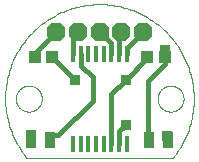
<source format=gtl>
G75*
%MOIN*%
%OFA0B0*%
%FSLAX25Y25*%
%IPPOS*%
%LPD*%
%AMOC8*
5,1,8,0,0,1.08239X$1,22.5*
%
%ADD10C,0.00000*%
%ADD11C,0.00300*%
%ADD12OC8,0.06300*%
%ADD13R,0.03600X0.05700*%
%ADD14R,0.01811X0.05630*%
%ADD15R,0.03937X0.03937*%
%ADD16C,0.01600*%
%ADD17R,0.03562X0.03562*%
D10*
X0008237Y0001406D02*
X0057056Y0001406D01*
X0051937Y0021091D02*
X0051939Y0021222D01*
X0051945Y0021354D01*
X0051955Y0021485D01*
X0051969Y0021616D01*
X0051987Y0021746D01*
X0052009Y0021875D01*
X0052034Y0022004D01*
X0052064Y0022132D01*
X0052098Y0022259D01*
X0052135Y0022386D01*
X0052176Y0022510D01*
X0052221Y0022634D01*
X0052270Y0022756D01*
X0052322Y0022877D01*
X0052378Y0022995D01*
X0052438Y0023113D01*
X0052501Y0023228D01*
X0052568Y0023341D01*
X0052638Y0023453D01*
X0052711Y0023562D01*
X0052787Y0023668D01*
X0052867Y0023773D01*
X0052950Y0023875D01*
X0053036Y0023974D01*
X0053125Y0024071D01*
X0053217Y0024165D01*
X0053312Y0024256D01*
X0053409Y0024345D01*
X0053509Y0024430D01*
X0053612Y0024512D01*
X0053717Y0024591D01*
X0053824Y0024667D01*
X0053934Y0024739D01*
X0054046Y0024808D01*
X0054160Y0024874D01*
X0054275Y0024936D01*
X0054393Y0024995D01*
X0054512Y0025050D01*
X0054633Y0025102D01*
X0054756Y0025149D01*
X0054880Y0025193D01*
X0055005Y0025234D01*
X0055131Y0025270D01*
X0055259Y0025303D01*
X0055387Y0025331D01*
X0055516Y0025356D01*
X0055646Y0025377D01*
X0055776Y0025394D01*
X0055907Y0025407D01*
X0056038Y0025416D01*
X0056169Y0025421D01*
X0056301Y0025422D01*
X0056432Y0025419D01*
X0056564Y0025412D01*
X0056695Y0025401D01*
X0056825Y0025386D01*
X0056955Y0025367D01*
X0057085Y0025344D01*
X0057213Y0025318D01*
X0057341Y0025287D01*
X0057468Y0025252D01*
X0057594Y0025214D01*
X0057718Y0025172D01*
X0057842Y0025126D01*
X0057963Y0025076D01*
X0058083Y0025023D01*
X0058202Y0024966D01*
X0058319Y0024906D01*
X0058433Y0024842D01*
X0058546Y0024774D01*
X0058657Y0024703D01*
X0058766Y0024629D01*
X0058872Y0024552D01*
X0058976Y0024471D01*
X0059077Y0024388D01*
X0059176Y0024301D01*
X0059272Y0024211D01*
X0059365Y0024118D01*
X0059456Y0024023D01*
X0059543Y0023925D01*
X0059628Y0023824D01*
X0059709Y0023721D01*
X0059787Y0023615D01*
X0059862Y0023507D01*
X0059934Y0023397D01*
X0060002Y0023285D01*
X0060067Y0023171D01*
X0060128Y0023054D01*
X0060186Y0022936D01*
X0060240Y0022816D01*
X0060291Y0022695D01*
X0060338Y0022572D01*
X0060381Y0022448D01*
X0060420Y0022323D01*
X0060456Y0022196D01*
X0060487Y0022068D01*
X0060515Y0021940D01*
X0060539Y0021811D01*
X0060559Y0021681D01*
X0060575Y0021550D01*
X0060587Y0021419D01*
X0060595Y0021288D01*
X0060599Y0021157D01*
X0060599Y0021025D01*
X0060595Y0020894D01*
X0060587Y0020763D01*
X0060575Y0020632D01*
X0060559Y0020501D01*
X0060539Y0020371D01*
X0060515Y0020242D01*
X0060487Y0020114D01*
X0060456Y0019986D01*
X0060420Y0019859D01*
X0060381Y0019734D01*
X0060338Y0019610D01*
X0060291Y0019487D01*
X0060240Y0019366D01*
X0060186Y0019246D01*
X0060128Y0019128D01*
X0060067Y0019011D01*
X0060002Y0018897D01*
X0059934Y0018785D01*
X0059862Y0018675D01*
X0059787Y0018567D01*
X0059709Y0018461D01*
X0059628Y0018358D01*
X0059543Y0018257D01*
X0059456Y0018159D01*
X0059365Y0018064D01*
X0059272Y0017971D01*
X0059176Y0017881D01*
X0059077Y0017794D01*
X0058976Y0017711D01*
X0058872Y0017630D01*
X0058766Y0017553D01*
X0058657Y0017479D01*
X0058546Y0017408D01*
X0058434Y0017340D01*
X0058319Y0017276D01*
X0058202Y0017216D01*
X0058083Y0017159D01*
X0057963Y0017106D01*
X0057842Y0017056D01*
X0057718Y0017010D01*
X0057594Y0016968D01*
X0057468Y0016930D01*
X0057341Y0016895D01*
X0057213Y0016864D01*
X0057085Y0016838D01*
X0056955Y0016815D01*
X0056825Y0016796D01*
X0056695Y0016781D01*
X0056564Y0016770D01*
X0056432Y0016763D01*
X0056301Y0016760D01*
X0056169Y0016761D01*
X0056038Y0016766D01*
X0055907Y0016775D01*
X0055776Y0016788D01*
X0055646Y0016805D01*
X0055516Y0016826D01*
X0055387Y0016851D01*
X0055259Y0016879D01*
X0055131Y0016912D01*
X0055005Y0016948D01*
X0054880Y0016989D01*
X0054756Y0017033D01*
X0054633Y0017080D01*
X0054512Y0017132D01*
X0054393Y0017187D01*
X0054275Y0017246D01*
X0054160Y0017308D01*
X0054046Y0017374D01*
X0053934Y0017443D01*
X0053824Y0017515D01*
X0053717Y0017591D01*
X0053612Y0017670D01*
X0053509Y0017752D01*
X0053409Y0017837D01*
X0053312Y0017926D01*
X0053217Y0018017D01*
X0053125Y0018111D01*
X0053036Y0018208D01*
X0052950Y0018307D01*
X0052867Y0018409D01*
X0052787Y0018514D01*
X0052711Y0018620D01*
X0052638Y0018729D01*
X0052568Y0018841D01*
X0052501Y0018954D01*
X0052438Y0019069D01*
X0052378Y0019187D01*
X0052322Y0019305D01*
X0052270Y0019426D01*
X0052221Y0019548D01*
X0052176Y0019672D01*
X0052135Y0019796D01*
X0052098Y0019923D01*
X0052064Y0020050D01*
X0052034Y0020178D01*
X0052009Y0020307D01*
X0051987Y0020436D01*
X0051969Y0020566D01*
X0051955Y0020697D01*
X0051945Y0020828D01*
X0051939Y0020960D01*
X0051937Y0021091D01*
X0004693Y0021091D02*
X0004695Y0021222D01*
X0004701Y0021354D01*
X0004711Y0021485D01*
X0004725Y0021616D01*
X0004743Y0021746D01*
X0004765Y0021875D01*
X0004790Y0022004D01*
X0004820Y0022132D01*
X0004854Y0022259D01*
X0004891Y0022386D01*
X0004932Y0022510D01*
X0004977Y0022634D01*
X0005026Y0022756D01*
X0005078Y0022877D01*
X0005134Y0022995D01*
X0005194Y0023113D01*
X0005257Y0023228D01*
X0005324Y0023341D01*
X0005394Y0023453D01*
X0005467Y0023562D01*
X0005543Y0023668D01*
X0005623Y0023773D01*
X0005706Y0023875D01*
X0005792Y0023974D01*
X0005881Y0024071D01*
X0005973Y0024165D01*
X0006068Y0024256D01*
X0006165Y0024345D01*
X0006265Y0024430D01*
X0006368Y0024512D01*
X0006473Y0024591D01*
X0006580Y0024667D01*
X0006690Y0024739D01*
X0006802Y0024808D01*
X0006916Y0024874D01*
X0007031Y0024936D01*
X0007149Y0024995D01*
X0007268Y0025050D01*
X0007389Y0025102D01*
X0007512Y0025149D01*
X0007636Y0025193D01*
X0007761Y0025234D01*
X0007887Y0025270D01*
X0008015Y0025303D01*
X0008143Y0025331D01*
X0008272Y0025356D01*
X0008402Y0025377D01*
X0008532Y0025394D01*
X0008663Y0025407D01*
X0008794Y0025416D01*
X0008925Y0025421D01*
X0009057Y0025422D01*
X0009188Y0025419D01*
X0009320Y0025412D01*
X0009451Y0025401D01*
X0009581Y0025386D01*
X0009711Y0025367D01*
X0009841Y0025344D01*
X0009969Y0025318D01*
X0010097Y0025287D01*
X0010224Y0025252D01*
X0010350Y0025214D01*
X0010474Y0025172D01*
X0010598Y0025126D01*
X0010719Y0025076D01*
X0010839Y0025023D01*
X0010958Y0024966D01*
X0011075Y0024906D01*
X0011189Y0024842D01*
X0011302Y0024774D01*
X0011413Y0024703D01*
X0011522Y0024629D01*
X0011628Y0024552D01*
X0011732Y0024471D01*
X0011833Y0024388D01*
X0011932Y0024301D01*
X0012028Y0024211D01*
X0012121Y0024118D01*
X0012212Y0024023D01*
X0012299Y0023925D01*
X0012384Y0023824D01*
X0012465Y0023721D01*
X0012543Y0023615D01*
X0012618Y0023507D01*
X0012690Y0023397D01*
X0012758Y0023285D01*
X0012823Y0023171D01*
X0012884Y0023054D01*
X0012942Y0022936D01*
X0012996Y0022816D01*
X0013047Y0022695D01*
X0013094Y0022572D01*
X0013137Y0022448D01*
X0013176Y0022323D01*
X0013212Y0022196D01*
X0013243Y0022068D01*
X0013271Y0021940D01*
X0013295Y0021811D01*
X0013315Y0021681D01*
X0013331Y0021550D01*
X0013343Y0021419D01*
X0013351Y0021288D01*
X0013355Y0021157D01*
X0013355Y0021025D01*
X0013351Y0020894D01*
X0013343Y0020763D01*
X0013331Y0020632D01*
X0013315Y0020501D01*
X0013295Y0020371D01*
X0013271Y0020242D01*
X0013243Y0020114D01*
X0013212Y0019986D01*
X0013176Y0019859D01*
X0013137Y0019734D01*
X0013094Y0019610D01*
X0013047Y0019487D01*
X0012996Y0019366D01*
X0012942Y0019246D01*
X0012884Y0019128D01*
X0012823Y0019011D01*
X0012758Y0018897D01*
X0012690Y0018785D01*
X0012618Y0018675D01*
X0012543Y0018567D01*
X0012465Y0018461D01*
X0012384Y0018358D01*
X0012299Y0018257D01*
X0012212Y0018159D01*
X0012121Y0018064D01*
X0012028Y0017971D01*
X0011932Y0017881D01*
X0011833Y0017794D01*
X0011732Y0017711D01*
X0011628Y0017630D01*
X0011522Y0017553D01*
X0011413Y0017479D01*
X0011302Y0017408D01*
X0011190Y0017340D01*
X0011075Y0017276D01*
X0010958Y0017216D01*
X0010839Y0017159D01*
X0010719Y0017106D01*
X0010598Y0017056D01*
X0010474Y0017010D01*
X0010350Y0016968D01*
X0010224Y0016930D01*
X0010097Y0016895D01*
X0009969Y0016864D01*
X0009841Y0016838D01*
X0009711Y0016815D01*
X0009581Y0016796D01*
X0009451Y0016781D01*
X0009320Y0016770D01*
X0009188Y0016763D01*
X0009057Y0016760D01*
X0008925Y0016761D01*
X0008794Y0016766D01*
X0008663Y0016775D01*
X0008532Y0016788D01*
X0008402Y0016805D01*
X0008272Y0016826D01*
X0008143Y0016851D01*
X0008015Y0016879D01*
X0007887Y0016912D01*
X0007761Y0016948D01*
X0007636Y0016989D01*
X0007512Y0017033D01*
X0007389Y0017080D01*
X0007268Y0017132D01*
X0007149Y0017187D01*
X0007031Y0017246D01*
X0006916Y0017308D01*
X0006802Y0017374D01*
X0006690Y0017443D01*
X0006580Y0017515D01*
X0006473Y0017591D01*
X0006368Y0017670D01*
X0006265Y0017752D01*
X0006165Y0017837D01*
X0006068Y0017926D01*
X0005973Y0018017D01*
X0005881Y0018111D01*
X0005792Y0018208D01*
X0005706Y0018307D01*
X0005623Y0018409D01*
X0005543Y0018514D01*
X0005467Y0018620D01*
X0005394Y0018729D01*
X0005324Y0018841D01*
X0005257Y0018954D01*
X0005194Y0019069D01*
X0005134Y0019187D01*
X0005078Y0019305D01*
X0005026Y0019426D01*
X0004977Y0019548D01*
X0004932Y0019672D01*
X0004891Y0019796D01*
X0004854Y0019923D01*
X0004820Y0020050D01*
X0004790Y0020178D01*
X0004765Y0020307D01*
X0004743Y0020436D01*
X0004725Y0020566D01*
X0004711Y0020697D01*
X0004701Y0020828D01*
X0004695Y0020960D01*
X0004693Y0021091D01*
D11*
X0001150Y0021092D02*
X0001159Y0021861D01*
X0001187Y0022630D01*
X0001233Y0023398D01*
X0001298Y0024165D01*
X0001382Y0024930D01*
X0001485Y0025693D01*
X0001606Y0026453D01*
X0001746Y0027210D01*
X0001905Y0027963D01*
X0002082Y0028712D01*
X0002277Y0029456D01*
X0002490Y0030196D01*
X0002722Y0030930D01*
X0002971Y0031658D01*
X0003238Y0032380D01*
X0003522Y0033095D01*
X0003824Y0033802D01*
X0004144Y0034503D01*
X0004480Y0035195D01*
X0004833Y0035879D01*
X0005203Y0036554D01*
X0005589Y0037219D01*
X0005992Y0037875D01*
X0006410Y0038521D01*
X0006844Y0039157D01*
X0007293Y0039781D01*
X0007758Y0040395D01*
X0008238Y0040997D01*
X0008732Y0041587D01*
X0009240Y0042165D01*
X0009762Y0042730D01*
X0010299Y0043282D01*
X0010848Y0043821D01*
X0011410Y0044346D01*
X0011986Y0044857D01*
X0012573Y0045354D01*
X0013173Y0045837D01*
X0013784Y0046305D01*
X0014406Y0046757D01*
X0015040Y0047195D01*
X0015683Y0047616D01*
X0016337Y0048022D01*
X0017001Y0048412D01*
X0017674Y0048785D01*
X0018356Y0049141D01*
X0019047Y0049481D01*
X0019745Y0049804D01*
X0020451Y0050110D01*
X0021165Y0050398D01*
X0021885Y0050668D01*
X0022612Y0050921D01*
X0023345Y0051156D01*
X0024083Y0051374D01*
X0024827Y0051572D01*
X0025575Y0051753D01*
X0026327Y0051915D01*
X0027083Y0052059D01*
X0027843Y0052184D01*
X0028605Y0052291D01*
X0029369Y0052379D01*
X0030136Y0052448D01*
X0030904Y0052498D01*
X0031673Y0052530D01*
X0032442Y0052543D01*
X0033212Y0052537D01*
X0033981Y0052512D01*
X0034749Y0052468D01*
X0035516Y0052405D01*
X0036282Y0052324D01*
X0037045Y0052224D01*
X0037805Y0052105D01*
X0038562Y0051968D01*
X0039316Y0051812D01*
X0040066Y0051638D01*
X0040811Y0051445D01*
X0041551Y0051235D01*
X0042286Y0051006D01*
X0043015Y0050759D01*
X0043737Y0050495D01*
X0044453Y0050213D01*
X0045162Y0049913D01*
X0045864Y0049596D01*
X0046557Y0049262D01*
X0047242Y0048912D01*
X0047918Y0048544D01*
X0048585Y0048160D01*
X0049243Y0047760D01*
X0049890Y0047344D01*
X0050527Y0046912D01*
X0051153Y0046465D01*
X0051769Y0046003D01*
X0052372Y0045525D01*
X0052964Y0045033D01*
X0053544Y0044527D01*
X0054110Y0044006D01*
X0054665Y0043472D01*
X0055205Y0042925D01*
X0055733Y0042364D01*
X0056246Y0041791D01*
X0056745Y0041205D01*
X0057230Y0040607D01*
X0057700Y0039998D01*
X0058154Y0039377D01*
X0058594Y0038745D01*
X0059018Y0038103D01*
X0059426Y0037450D01*
X0059818Y0036788D01*
X0060193Y0036116D01*
X0060552Y0035435D01*
X0060894Y0034746D01*
X0061220Y0034049D01*
X0061528Y0033343D01*
X0061819Y0032631D01*
X0062092Y0031911D01*
X0062347Y0031185D01*
X0062585Y0030453D01*
X0062804Y0029716D01*
X0063006Y0028973D01*
X0063189Y0028226D01*
X0063354Y0027474D01*
X0063501Y0026718D01*
X0063629Y0025959D01*
X0063738Y0025198D01*
X0063828Y0024433D01*
X0063900Y0023667D01*
X0063953Y0022899D01*
X0063988Y0022131D01*
X0064003Y0021361D01*
X0064000Y0020592D01*
X0063977Y0019822D01*
X0063936Y0019054D01*
X0063876Y0018287D01*
X0063798Y0017521D01*
X0063700Y0016758D01*
X0063584Y0015997D01*
X0063450Y0015239D01*
X0063296Y0014485D01*
X0063125Y0013735D01*
X0062935Y0012989D01*
X0062727Y0012248D01*
X0062501Y0011512D01*
X0062257Y0010782D01*
X0061995Y0010059D01*
X0061715Y0009342D01*
X0061418Y0008632D01*
X0061104Y0007929D01*
X0060772Y0007235D01*
X0060424Y0006549D01*
X0060059Y0005871D01*
X0059677Y0005203D01*
X0059279Y0004544D01*
X0058866Y0003895D01*
X0058436Y0003256D01*
X0057991Y0002629D01*
X0057531Y0002012D01*
X0057055Y0001407D01*
X0008236Y0001406D02*
X0007762Y0002002D01*
X0007302Y0002609D01*
X0006856Y0003227D01*
X0006426Y0003856D01*
X0006011Y0004495D01*
X0005612Y0005143D01*
X0005229Y0005802D01*
X0004862Y0006469D01*
X0004511Y0007145D01*
X0004176Y0007829D01*
X0003858Y0008522D01*
X0003557Y0009221D01*
X0003273Y0009928D01*
X0003007Y0010642D01*
X0002757Y0011362D01*
X0002526Y0012087D01*
X0002312Y0012818D01*
X0002115Y0013554D01*
X0001937Y0014295D01*
X0001776Y0015039D01*
X0001634Y0015788D01*
X0001510Y0016539D01*
X0001404Y0017293D01*
X0001316Y0018050D01*
X0001247Y0018809D01*
X0001196Y0019569D01*
X0001164Y0020330D01*
X0001150Y0021091D01*
D12*
X0018040Y0043335D03*
X0025363Y0043375D03*
X0032685Y0043335D03*
X0039851Y0043335D03*
X0047056Y0043375D03*
D13*
X0048934Y0007233D03*
X0055334Y0007233D03*
X0016200Y0007430D03*
X0009800Y0007430D03*
D14*
X0023709Y0006052D03*
X0026268Y0006052D03*
X0028827Y0006052D03*
X0031386Y0006052D03*
X0033945Y0006052D03*
X0036504Y0006052D03*
X0039063Y0006052D03*
X0041622Y0006052D03*
X0041622Y0035934D03*
X0039063Y0035934D03*
X0036504Y0035934D03*
X0033945Y0035934D03*
X0031386Y0035934D03*
X0028827Y0035934D03*
X0026268Y0035934D03*
X0023709Y0035934D03*
D15*
X0016898Y0034871D03*
X0010993Y0034871D03*
X0048394Y0034871D03*
X0054300Y0034871D03*
D16*
X0054300Y0032509D01*
X0048788Y0026997D01*
X0048788Y0007380D01*
X0048934Y0007233D01*
X0055087Y0007233D02*
X0055087Y0008493D01*
X0055087Y0007233D02*
X0055334Y0007233D01*
X0041307Y0012430D02*
X0039063Y0010186D01*
X0039063Y0006052D01*
X0036504Y0006052D02*
X0036504Y0022587D01*
X0041307Y0027391D01*
X0048394Y0034477D01*
X0048394Y0034871D01*
X0054300Y0034871D02*
X0054300Y0037233D01*
X0047056Y0043375D02*
X0041622Y0037942D01*
X0041622Y0035934D01*
X0039063Y0035934D02*
X0039063Y0042548D01*
X0039851Y0043335D01*
X0036504Y0039517D02*
X0032685Y0043335D01*
X0036504Y0039517D02*
X0036504Y0035934D01*
X0030284Y0028178D02*
X0026347Y0032115D01*
X0026347Y0035855D01*
X0026268Y0035934D01*
X0023709Y0035934D02*
X0023709Y0041721D01*
X0025363Y0043375D01*
X0018040Y0043335D02*
X0010993Y0036288D01*
X0010993Y0034871D01*
X0016898Y0034871D02*
X0024378Y0027391D01*
X0030284Y0028178D02*
X0030284Y0020304D01*
X0018867Y0008887D01*
X0016111Y0008887D01*
X0016200Y0008797D01*
X0016200Y0007430D01*
X0009811Y0007430D02*
X0009811Y0008887D01*
X0009800Y0007430D02*
X0009811Y0007430D01*
D17*
X0009811Y0008887D03*
X0024378Y0027391D03*
X0041307Y0027391D03*
X0054300Y0037233D03*
X0041307Y0012430D03*
X0055087Y0008493D03*
M02*

</source>
